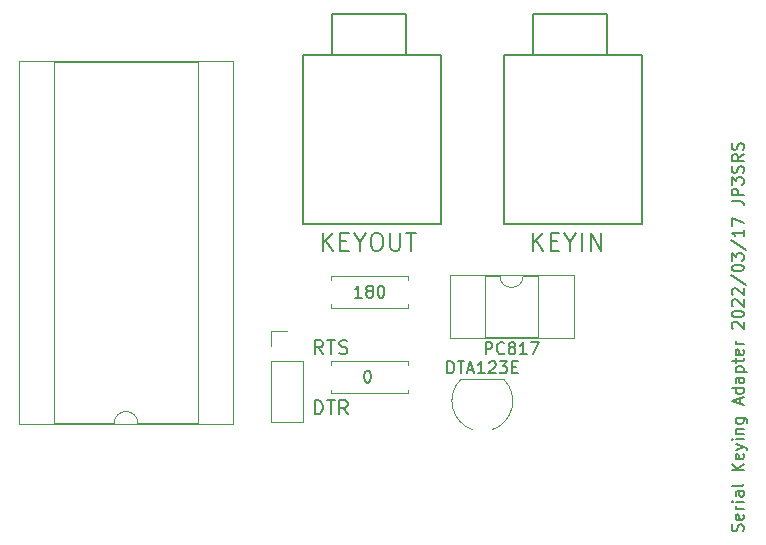
<source format=gbr>
%TF.GenerationSoftware,KiCad,Pcbnew,(6.0.2)*%
%TF.CreationDate,2022-03-17T13:29:54+09:00*%
%TF.ProjectId,KiCad,4b694361-642e-46b6-9963-61645f706362,rev?*%
%TF.SameCoordinates,Original*%
%TF.FileFunction,Legend,Top*%
%TF.FilePolarity,Positive*%
%FSLAX46Y46*%
G04 Gerber Fmt 4.6, Leading zero omitted, Abs format (unit mm)*
G04 Created by KiCad (PCBNEW (6.0.2)) date 2022-03-17 13:29:54*
%MOMM*%
%LPD*%
G01*
G04 APERTURE LIST*
%ADD10C,0.150000*%
%ADD11C,0.200000*%
%ADD12C,0.120000*%
G04 APERTURE END LIST*
D10*
X189404761Y-119428571D02*
X189452380Y-119285714D01*
X189452380Y-119047619D01*
X189404761Y-118952380D01*
X189357142Y-118904761D01*
X189261904Y-118857142D01*
X189166666Y-118857142D01*
X189071428Y-118904761D01*
X189023809Y-118952380D01*
X188976190Y-119047619D01*
X188928571Y-119238095D01*
X188880952Y-119333333D01*
X188833333Y-119380952D01*
X188738095Y-119428571D01*
X188642857Y-119428571D01*
X188547619Y-119380952D01*
X188500000Y-119333333D01*
X188452380Y-119238095D01*
X188452380Y-119000000D01*
X188500000Y-118857142D01*
X189404761Y-118047619D02*
X189452380Y-118142857D01*
X189452380Y-118333333D01*
X189404761Y-118428571D01*
X189309523Y-118476190D01*
X188928571Y-118476190D01*
X188833333Y-118428571D01*
X188785714Y-118333333D01*
X188785714Y-118142857D01*
X188833333Y-118047619D01*
X188928571Y-118000000D01*
X189023809Y-118000000D01*
X189119047Y-118476190D01*
X189452380Y-117571428D02*
X188785714Y-117571428D01*
X188976190Y-117571428D02*
X188880952Y-117523809D01*
X188833333Y-117476190D01*
X188785714Y-117380952D01*
X188785714Y-117285714D01*
X189452380Y-116952380D02*
X188785714Y-116952380D01*
X188452380Y-116952380D02*
X188500000Y-117000000D01*
X188547619Y-116952380D01*
X188500000Y-116904761D01*
X188452380Y-116952380D01*
X188547619Y-116952380D01*
X189452380Y-116047619D02*
X188928571Y-116047619D01*
X188833333Y-116095238D01*
X188785714Y-116190476D01*
X188785714Y-116380952D01*
X188833333Y-116476190D01*
X189404761Y-116047619D02*
X189452380Y-116142857D01*
X189452380Y-116380952D01*
X189404761Y-116476190D01*
X189309523Y-116523809D01*
X189214285Y-116523809D01*
X189119047Y-116476190D01*
X189071428Y-116380952D01*
X189071428Y-116142857D01*
X189023809Y-116047619D01*
X189452380Y-115428571D02*
X189404761Y-115523809D01*
X189309523Y-115571428D01*
X188452380Y-115571428D01*
X189452380Y-114285714D02*
X188452380Y-114285714D01*
X189452380Y-113714285D02*
X188880952Y-114142857D01*
X188452380Y-113714285D02*
X189023809Y-114285714D01*
X189404761Y-112904761D02*
X189452380Y-113000000D01*
X189452380Y-113190476D01*
X189404761Y-113285714D01*
X189309523Y-113333333D01*
X188928571Y-113333333D01*
X188833333Y-113285714D01*
X188785714Y-113190476D01*
X188785714Y-113000000D01*
X188833333Y-112904761D01*
X188928571Y-112857142D01*
X189023809Y-112857142D01*
X189119047Y-113333333D01*
X188785714Y-112523809D02*
X189452380Y-112285714D01*
X188785714Y-112047619D02*
X189452380Y-112285714D01*
X189690476Y-112380952D01*
X189738095Y-112428571D01*
X189785714Y-112523809D01*
X189452380Y-111666666D02*
X188785714Y-111666666D01*
X188452380Y-111666666D02*
X188500000Y-111714285D01*
X188547619Y-111666666D01*
X188500000Y-111619047D01*
X188452380Y-111666666D01*
X188547619Y-111666666D01*
X188785714Y-111190476D02*
X189452380Y-111190476D01*
X188880952Y-111190476D02*
X188833333Y-111142857D01*
X188785714Y-111047619D01*
X188785714Y-110904761D01*
X188833333Y-110809523D01*
X188928571Y-110761904D01*
X189452380Y-110761904D01*
X188785714Y-109857142D02*
X189595238Y-109857142D01*
X189690476Y-109904761D01*
X189738095Y-109952380D01*
X189785714Y-110047619D01*
X189785714Y-110190476D01*
X189738095Y-110285714D01*
X189404761Y-109857142D02*
X189452380Y-109952380D01*
X189452380Y-110142857D01*
X189404761Y-110238095D01*
X189357142Y-110285714D01*
X189261904Y-110333333D01*
X188976190Y-110333333D01*
X188880952Y-110285714D01*
X188833333Y-110238095D01*
X188785714Y-110142857D01*
X188785714Y-109952380D01*
X188833333Y-109857142D01*
X189166666Y-108666666D02*
X189166666Y-108190476D01*
X189452380Y-108761904D02*
X188452380Y-108428571D01*
X189452380Y-108095238D01*
X189452380Y-107333333D02*
X188452380Y-107333333D01*
X189404761Y-107333333D02*
X189452380Y-107428571D01*
X189452380Y-107619047D01*
X189404761Y-107714285D01*
X189357142Y-107761904D01*
X189261904Y-107809523D01*
X188976190Y-107809523D01*
X188880952Y-107761904D01*
X188833333Y-107714285D01*
X188785714Y-107619047D01*
X188785714Y-107428571D01*
X188833333Y-107333333D01*
X189452380Y-106428571D02*
X188928571Y-106428571D01*
X188833333Y-106476190D01*
X188785714Y-106571428D01*
X188785714Y-106761904D01*
X188833333Y-106857142D01*
X189404761Y-106428571D02*
X189452380Y-106523809D01*
X189452380Y-106761904D01*
X189404761Y-106857142D01*
X189309523Y-106904761D01*
X189214285Y-106904761D01*
X189119047Y-106857142D01*
X189071428Y-106761904D01*
X189071428Y-106523809D01*
X189023809Y-106428571D01*
X188785714Y-105952380D02*
X189785714Y-105952380D01*
X188833333Y-105952380D02*
X188785714Y-105857142D01*
X188785714Y-105666666D01*
X188833333Y-105571428D01*
X188880952Y-105523809D01*
X188976190Y-105476190D01*
X189261904Y-105476190D01*
X189357142Y-105523809D01*
X189404761Y-105571428D01*
X189452380Y-105666666D01*
X189452380Y-105857142D01*
X189404761Y-105952380D01*
X188785714Y-105190476D02*
X188785714Y-104809523D01*
X188452380Y-105047619D02*
X189309523Y-105047619D01*
X189404761Y-105000000D01*
X189452380Y-104904761D01*
X189452380Y-104809523D01*
X189404761Y-104095238D02*
X189452380Y-104190476D01*
X189452380Y-104380952D01*
X189404761Y-104476190D01*
X189309523Y-104523809D01*
X188928571Y-104523809D01*
X188833333Y-104476190D01*
X188785714Y-104380952D01*
X188785714Y-104190476D01*
X188833333Y-104095238D01*
X188928571Y-104047619D01*
X189023809Y-104047619D01*
X189119047Y-104523809D01*
X189452380Y-103619047D02*
X188785714Y-103619047D01*
X188976190Y-103619047D02*
X188880952Y-103571428D01*
X188833333Y-103523809D01*
X188785714Y-103428571D01*
X188785714Y-103333333D01*
X188547619Y-102285714D02*
X188500000Y-102238095D01*
X188452380Y-102142857D01*
X188452380Y-101904761D01*
X188500000Y-101809523D01*
X188547619Y-101761904D01*
X188642857Y-101714285D01*
X188738095Y-101714285D01*
X188880952Y-101761904D01*
X189452380Y-102333333D01*
X189452380Y-101714285D01*
X188452380Y-101095238D02*
X188452380Y-101000000D01*
X188500000Y-100904761D01*
X188547619Y-100857142D01*
X188642857Y-100809523D01*
X188833333Y-100761904D01*
X189071428Y-100761904D01*
X189261904Y-100809523D01*
X189357142Y-100857142D01*
X189404761Y-100904761D01*
X189452380Y-101000000D01*
X189452380Y-101095238D01*
X189404761Y-101190476D01*
X189357142Y-101238095D01*
X189261904Y-101285714D01*
X189071428Y-101333333D01*
X188833333Y-101333333D01*
X188642857Y-101285714D01*
X188547619Y-101238095D01*
X188500000Y-101190476D01*
X188452380Y-101095238D01*
X188547619Y-100380952D02*
X188500000Y-100333333D01*
X188452380Y-100238095D01*
X188452380Y-100000000D01*
X188500000Y-99904761D01*
X188547619Y-99857142D01*
X188642857Y-99809523D01*
X188738095Y-99809523D01*
X188880952Y-99857142D01*
X189452380Y-100428571D01*
X189452380Y-99809523D01*
X188547619Y-99428571D02*
X188500000Y-99380952D01*
X188452380Y-99285714D01*
X188452380Y-99047619D01*
X188500000Y-98952380D01*
X188547619Y-98904761D01*
X188642857Y-98857142D01*
X188738095Y-98857142D01*
X188880952Y-98904761D01*
X189452380Y-99476190D01*
X189452380Y-98857142D01*
X188404761Y-97714285D02*
X189690476Y-98571428D01*
X188452380Y-97190476D02*
X188452380Y-97095238D01*
X188500000Y-97000000D01*
X188547619Y-96952380D01*
X188642857Y-96904761D01*
X188833333Y-96857142D01*
X189071428Y-96857142D01*
X189261904Y-96904761D01*
X189357142Y-96952380D01*
X189404761Y-97000000D01*
X189452380Y-97095238D01*
X189452380Y-97190476D01*
X189404761Y-97285714D01*
X189357142Y-97333333D01*
X189261904Y-97380952D01*
X189071428Y-97428571D01*
X188833333Y-97428571D01*
X188642857Y-97380952D01*
X188547619Y-97333333D01*
X188500000Y-97285714D01*
X188452380Y-97190476D01*
X188452380Y-96523809D02*
X188452380Y-95904761D01*
X188833333Y-96238095D01*
X188833333Y-96095238D01*
X188880952Y-96000000D01*
X188928571Y-95952380D01*
X189023809Y-95904761D01*
X189261904Y-95904761D01*
X189357142Y-95952380D01*
X189404761Y-96000000D01*
X189452380Y-96095238D01*
X189452380Y-96380952D01*
X189404761Y-96476190D01*
X189357142Y-96523809D01*
X188404761Y-94761904D02*
X189690476Y-95619047D01*
X189452380Y-93904761D02*
X189452380Y-94476190D01*
X189452380Y-94190476D02*
X188452380Y-94190476D01*
X188595238Y-94285714D01*
X188690476Y-94380952D01*
X188738095Y-94476190D01*
X188452380Y-93571428D02*
X188452380Y-92904761D01*
X189452380Y-93333333D01*
X188452380Y-91476190D02*
X189166666Y-91476190D01*
X189309523Y-91523809D01*
X189404761Y-91619047D01*
X189452380Y-91761904D01*
X189452380Y-91857142D01*
X189452380Y-91000000D02*
X188452380Y-91000000D01*
X188452380Y-90619047D01*
X188500000Y-90523809D01*
X188547619Y-90476190D01*
X188642857Y-90428571D01*
X188785714Y-90428571D01*
X188880952Y-90476190D01*
X188928571Y-90523809D01*
X188976190Y-90619047D01*
X188976190Y-91000000D01*
X188452380Y-90095238D02*
X188452380Y-89476190D01*
X188833333Y-89809523D01*
X188833333Y-89666666D01*
X188880952Y-89571428D01*
X188928571Y-89523809D01*
X189023809Y-89476190D01*
X189261904Y-89476190D01*
X189357142Y-89523809D01*
X189404761Y-89571428D01*
X189452380Y-89666666D01*
X189452380Y-89952380D01*
X189404761Y-90047619D01*
X189357142Y-90095238D01*
X189404761Y-89095238D02*
X189452380Y-88952380D01*
X189452380Y-88714285D01*
X189404761Y-88619047D01*
X189357142Y-88571428D01*
X189261904Y-88523809D01*
X189166666Y-88523809D01*
X189071428Y-88571428D01*
X189023809Y-88619047D01*
X188976190Y-88714285D01*
X188928571Y-88904761D01*
X188880952Y-89000000D01*
X188833333Y-89047619D01*
X188738095Y-89095238D01*
X188642857Y-89095238D01*
X188547619Y-89047619D01*
X188500000Y-89000000D01*
X188452380Y-88904761D01*
X188452380Y-88666666D01*
X188500000Y-88523809D01*
X189452380Y-87523809D02*
X188976190Y-87857142D01*
X189452380Y-88095238D02*
X188452380Y-88095238D01*
X188452380Y-87714285D01*
X188500000Y-87619047D01*
X188547619Y-87571428D01*
X188642857Y-87523809D01*
X188785714Y-87523809D01*
X188880952Y-87571428D01*
X188928571Y-87619047D01*
X188976190Y-87714285D01*
X188976190Y-88095238D01*
X189404761Y-87142857D02*
X189452380Y-87000000D01*
X189452380Y-86761904D01*
X189404761Y-86666666D01*
X189357142Y-86619047D01*
X189261904Y-86571428D01*
X189166666Y-86571428D01*
X189071428Y-86619047D01*
X189023809Y-86666666D01*
X188976190Y-86761904D01*
X188928571Y-86952380D01*
X188880952Y-87047619D01*
X188833333Y-87095238D01*
X188738095Y-87142857D01*
X188642857Y-87142857D01*
X188547619Y-87095238D01*
X188500000Y-87047619D01*
X188452380Y-86952380D01*
X188452380Y-86714285D01*
X188500000Y-86571428D01*
X153128571Y-109542857D02*
X153128571Y-108342857D01*
X153414285Y-108342857D01*
X153585714Y-108400000D01*
X153700000Y-108514285D01*
X153757142Y-108628571D01*
X153814285Y-108857142D01*
X153814285Y-109028571D01*
X153757142Y-109257142D01*
X153700000Y-109371428D01*
X153585714Y-109485714D01*
X153414285Y-109542857D01*
X153128571Y-109542857D01*
X154157142Y-108342857D02*
X154842857Y-108342857D01*
X154500000Y-109542857D02*
X154500000Y-108342857D01*
X155928571Y-109542857D02*
X155528571Y-108971428D01*
X155242857Y-109542857D02*
X155242857Y-108342857D01*
X155700000Y-108342857D01*
X155814285Y-108400000D01*
X155871428Y-108457142D01*
X155928571Y-108571428D01*
X155928571Y-108742857D01*
X155871428Y-108857142D01*
X155814285Y-108914285D01*
X155700000Y-108971428D01*
X155242857Y-108971428D01*
X153842857Y-104442857D02*
X153442857Y-103871428D01*
X153157142Y-104442857D02*
X153157142Y-103242857D01*
X153614285Y-103242857D01*
X153728571Y-103300000D01*
X153785714Y-103357142D01*
X153842857Y-103471428D01*
X153842857Y-103642857D01*
X153785714Y-103757142D01*
X153728571Y-103814285D01*
X153614285Y-103871428D01*
X153157142Y-103871428D01*
X154185714Y-103242857D02*
X154871428Y-103242857D01*
X154528571Y-104442857D02*
X154528571Y-103242857D01*
X155214285Y-104385714D02*
X155385714Y-104442857D01*
X155671428Y-104442857D01*
X155785714Y-104385714D01*
X155842857Y-104328571D01*
X155900000Y-104214285D01*
X155900000Y-104100000D01*
X155842857Y-103985714D01*
X155785714Y-103928571D01*
X155671428Y-103871428D01*
X155442857Y-103814285D01*
X155328571Y-103757142D01*
X155271428Y-103700000D01*
X155214285Y-103585714D01*
X155214285Y-103471428D01*
X155271428Y-103357142D01*
X155328571Y-103300000D01*
X155442857Y-103242857D01*
X155728571Y-103242857D01*
X155900000Y-103300000D01*
%TO.C,*%
%TO.C,R2*%
X157552380Y-105852380D02*
X157647619Y-105852380D01*
X157742857Y-105900000D01*
X157790476Y-105947619D01*
X157838095Y-106042857D01*
X157885714Y-106233333D01*
X157885714Y-106471428D01*
X157838095Y-106661904D01*
X157790476Y-106757142D01*
X157742857Y-106804761D01*
X157647619Y-106852380D01*
X157552380Y-106852380D01*
X157457142Y-106804761D01*
X157409523Y-106757142D01*
X157361904Y-106661904D01*
X157314285Y-106471428D01*
X157314285Y-106233333D01*
X157361904Y-106042857D01*
X157409523Y-105947619D01*
X157457142Y-105900000D01*
X157552380Y-105852380D01*
%TO.C,*%
%TO.C,Q1*%
X164377619Y-106062380D02*
X164377619Y-105062380D01*
X164615714Y-105062380D01*
X164758571Y-105110000D01*
X164853809Y-105205238D01*
X164901428Y-105300476D01*
X164949047Y-105490952D01*
X164949047Y-105633809D01*
X164901428Y-105824285D01*
X164853809Y-105919523D01*
X164758571Y-106014761D01*
X164615714Y-106062380D01*
X164377619Y-106062380D01*
X165234761Y-105062380D02*
X165806190Y-105062380D01*
X165520476Y-106062380D02*
X165520476Y-105062380D01*
X166091904Y-105776666D02*
X166568095Y-105776666D01*
X165996666Y-106062380D02*
X166330000Y-105062380D01*
X166663333Y-106062380D01*
X167520476Y-106062380D02*
X166949047Y-106062380D01*
X167234761Y-106062380D02*
X167234761Y-105062380D01*
X167139523Y-105205238D01*
X167044285Y-105300476D01*
X166949047Y-105348095D01*
X167901428Y-105157619D02*
X167949047Y-105110000D01*
X168044285Y-105062380D01*
X168282380Y-105062380D01*
X168377619Y-105110000D01*
X168425238Y-105157619D01*
X168472857Y-105252857D01*
X168472857Y-105348095D01*
X168425238Y-105490952D01*
X167853809Y-106062380D01*
X168472857Y-106062380D01*
X168806190Y-105062380D02*
X169425238Y-105062380D01*
X169091904Y-105443333D01*
X169234761Y-105443333D01*
X169330000Y-105490952D01*
X169377619Y-105538571D01*
X169425238Y-105633809D01*
X169425238Y-105871904D01*
X169377619Y-105967142D01*
X169330000Y-106014761D01*
X169234761Y-106062380D01*
X168949047Y-106062380D01*
X168853809Y-106014761D01*
X168806190Y-105967142D01*
X169853809Y-105538571D02*
X170187142Y-105538571D01*
X170330000Y-106062380D02*
X169853809Y-106062380D01*
X169853809Y-105062380D01*
X170330000Y-105062380D01*
%TO.C,U1*%
X167619523Y-104447380D02*
X167619523Y-103447380D01*
X168000476Y-103447380D01*
X168095714Y-103495000D01*
X168143333Y-103542619D01*
X168190952Y-103637857D01*
X168190952Y-103780714D01*
X168143333Y-103875952D01*
X168095714Y-103923571D01*
X168000476Y-103971190D01*
X167619523Y-103971190D01*
X169190952Y-104352142D02*
X169143333Y-104399761D01*
X169000476Y-104447380D01*
X168905238Y-104447380D01*
X168762380Y-104399761D01*
X168667142Y-104304523D01*
X168619523Y-104209285D01*
X168571904Y-104018809D01*
X168571904Y-103875952D01*
X168619523Y-103685476D01*
X168667142Y-103590238D01*
X168762380Y-103495000D01*
X168905238Y-103447380D01*
X169000476Y-103447380D01*
X169143333Y-103495000D01*
X169190952Y-103542619D01*
X169762380Y-103875952D02*
X169667142Y-103828333D01*
X169619523Y-103780714D01*
X169571904Y-103685476D01*
X169571904Y-103637857D01*
X169619523Y-103542619D01*
X169667142Y-103495000D01*
X169762380Y-103447380D01*
X169952857Y-103447380D01*
X170048095Y-103495000D01*
X170095714Y-103542619D01*
X170143333Y-103637857D01*
X170143333Y-103685476D01*
X170095714Y-103780714D01*
X170048095Y-103828333D01*
X169952857Y-103875952D01*
X169762380Y-103875952D01*
X169667142Y-103923571D01*
X169619523Y-103971190D01*
X169571904Y-104066428D01*
X169571904Y-104256904D01*
X169619523Y-104352142D01*
X169667142Y-104399761D01*
X169762380Y-104447380D01*
X169952857Y-104447380D01*
X170048095Y-104399761D01*
X170095714Y-104352142D01*
X170143333Y-104256904D01*
X170143333Y-104066428D01*
X170095714Y-103971190D01*
X170048095Y-103923571D01*
X169952857Y-103875952D01*
X171095714Y-104447380D02*
X170524285Y-104447380D01*
X170810000Y-104447380D02*
X170810000Y-103447380D01*
X170714761Y-103590238D01*
X170619523Y-103685476D01*
X170524285Y-103733095D01*
X171429047Y-103447380D02*
X172095714Y-103447380D01*
X171667142Y-104447380D01*
%TO.C,R1*%
X157133333Y-99652380D02*
X156561904Y-99652380D01*
X156847619Y-99652380D02*
X156847619Y-98652380D01*
X156752380Y-98795238D01*
X156657142Y-98890476D01*
X156561904Y-98938095D01*
X157704761Y-99080952D02*
X157609523Y-99033333D01*
X157561904Y-98985714D01*
X157514285Y-98890476D01*
X157514285Y-98842857D01*
X157561904Y-98747619D01*
X157609523Y-98700000D01*
X157704761Y-98652380D01*
X157895238Y-98652380D01*
X157990476Y-98700000D01*
X158038095Y-98747619D01*
X158085714Y-98842857D01*
X158085714Y-98890476D01*
X158038095Y-98985714D01*
X157990476Y-99033333D01*
X157895238Y-99080952D01*
X157704761Y-99080952D01*
X157609523Y-99128571D01*
X157561904Y-99176190D01*
X157514285Y-99271428D01*
X157514285Y-99461904D01*
X157561904Y-99557142D01*
X157609523Y-99604761D01*
X157704761Y-99652380D01*
X157895238Y-99652380D01*
X157990476Y-99604761D01*
X158038095Y-99557142D01*
X158085714Y-99461904D01*
X158085714Y-99271428D01*
X158038095Y-99176190D01*
X157990476Y-99128571D01*
X157895238Y-99080952D01*
X158704761Y-98652380D02*
X158800000Y-98652380D01*
X158895238Y-98700000D01*
X158942857Y-98747619D01*
X158990476Y-98842857D01*
X159038095Y-99033333D01*
X159038095Y-99271428D01*
X158990476Y-99461904D01*
X158942857Y-99557142D01*
X158895238Y-99604761D01*
X158800000Y-99652380D01*
X158704761Y-99652380D01*
X158609523Y-99604761D01*
X158561904Y-99557142D01*
X158514285Y-99461904D01*
X158466666Y-99271428D01*
X158466666Y-99033333D01*
X158514285Y-98842857D01*
X158561904Y-98747619D01*
X158609523Y-98700000D01*
X158704761Y-98652380D01*
D11*
%TO.C,J2*%
X171642857Y-95678571D02*
X171642857Y-94178571D01*
X172500000Y-95678571D02*
X171857142Y-94821428D01*
X172500000Y-94178571D02*
X171642857Y-95035714D01*
X173142857Y-94892857D02*
X173642857Y-94892857D01*
X173857142Y-95678571D02*
X173142857Y-95678571D01*
X173142857Y-94178571D01*
X173857142Y-94178571D01*
X174785714Y-94964285D02*
X174785714Y-95678571D01*
X174285714Y-94178571D02*
X174785714Y-94964285D01*
X175285714Y-94178571D01*
X175785714Y-95678571D02*
X175785714Y-94178571D01*
X176500000Y-95678571D02*
X176500000Y-94178571D01*
X177357142Y-95678571D01*
X177357142Y-94178571D01*
%TO.C,J1*%
X153822857Y-95678571D02*
X153822857Y-94178571D01*
X154680000Y-95678571D02*
X154037142Y-94821428D01*
X154680000Y-94178571D02*
X153822857Y-95035714D01*
X155322857Y-94892857D02*
X155822857Y-94892857D01*
X156037142Y-95678571D02*
X155322857Y-95678571D01*
X155322857Y-94178571D01*
X156037142Y-94178571D01*
X156965714Y-94964285D02*
X156965714Y-95678571D01*
X156465714Y-94178571D02*
X156965714Y-94964285D01*
X157465714Y-94178571D01*
X158251428Y-94178571D02*
X158537142Y-94178571D01*
X158680000Y-94250000D01*
X158822857Y-94392857D01*
X158894285Y-94678571D01*
X158894285Y-95178571D01*
X158822857Y-95464285D01*
X158680000Y-95607142D01*
X158537142Y-95678571D01*
X158251428Y-95678571D01*
X158108571Y-95607142D01*
X157965714Y-95464285D01*
X157894285Y-95178571D01*
X157894285Y-94678571D01*
X157965714Y-94392857D01*
X158108571Y-94250000D01*
X158251428Y-94178571D01*
X159537142Y-94178571D02*
X159537142Y-95392857D01*
X159608571Y-95535714D01*
X159680000Y-95607142D01*
X159822857Y-95678571D01*
X160108571Y-95678571D01*
X160251428Y-95607142D01*
X160322857Y-95535714D01*
X160394285Y-95392857D01*
X160394285Y-94178571D01*
X160894285Y-94178571D02*
X161751428Y-94178571D01*
X161322857Y-95678571D02*
X161322857Y-94178571D01*
D12*
%TO.C,R2*%
X161070000Y-107770000D02*
X161070000Y-107440000D01*
X154530000Y-105030000D02*
X161070000Y-105030000D01*
X154530000Y-107770000D02*
X161070000Y-107770000D01*
X154530000Y-107440000D02*
X154530000Y-107770000D01*
X154530000Y-105360000D02*
X154530000Y-105030000D01*
X161070000Y-105030000D02*
X161070000Y-105360000D01*
%TO.C,U2*%
X138165000Y-110305000D02*
G75*
G03*
X136165000Y-110305000I-1000000J0D01*
G01*
X131105000Y-110305000D02*
X136165000Y-110305000D01*
X146225000Y-79645000D02*
X128105000Y-79645000D01*
X138165000Y-110305000D02*
X143225000Y-110305000D01*
X143225000Y-110305000D02*
X143225000Y-79705000D01*
X143225000Y-79705000D02*
X131105000Y-79705000D01*
X146225000Y-110365000D02*
X146225000Y-79645000D01*
X128105000Y-110365000D02*
X146225000Y-110365000D01*
X131105000Y-79705000D02*
X131105000Y-110305000D01*
X128105000Y-79645000D02*
X128105000Y-110365000D01*
%TO.C,Q1*%
X168150000Y-110850000D02*
G75*
G03*
X169141875Y-106558259I-820000J2450000D01*
G01*
X165521556Y-106572317D02*
G75*
G03*
X166550000Y-110850000I1808445J-1827683D01*
G01*
X169130000Y-106550000D02*
X165530000Y-106550000D01*
%TO.C,U1*%
X168810000Y-97795000D02*
G75*
G03*
X170810000Y-97795000I1000000J0D01*
G01*
X168810000Y-97795000D02*
X167560000Y-97795000D01*
X167560000Y-97795000D02*
X167560000Y-102995000D01*
X167560000Y-102995000D02*
X172060000Y-102995000D01*
X164560000Y-103055000D02*
X175060000Y-103055000D01*
X175060000Y-97735000D02*
X164560000Y-97735000D01*
X172060000Y-97795000D02*
X170810000Y-97795000D01*
X172060000Y-102995000D02*
X172060000Y-97795000D01*
X175060000Y-103055000D02*
X175060000Y-97735000D01*
X164560000Y-97735000D02*
X164560000Y-103055000D01*
%TO.C,R1*%
X161070000Y-97830000D02*
X161070000Y-98160000D01*
X154530000Y-98160000D02*
X154530000Y-97830000D01*
X154530000Y-100240000D02*
X154530000Y-100570000D01*
X154530000Y-100570000D02*
X161070000Y-100570000D01*
X154530000Y-97830000D02*
X161070000Y-97830000D01*
X161070000Y-100570000D02*
X161070000Y-100240000D01*
%TO.C,JP1*%
X149470000Y-110185000D02*
X152130000Y-110185000D01*
X149470000Y-105045000D02*
X149470000Y-110185000D01*
X149470000Y-103775000D02*
X149470000Y-102445000D01*
X152130000Y-105045000D02*
X152130000Y-110185000D01*
X149470000Y-102445000D02*
X150800000Y-102445000D01*
X149470000Y-105045000D02*
X152130000Y-105045000D01*
D11*
%TO.C,J2*%
X180850000Y-93450000D02*
X169150000Y-93450000D01*
X180850000Y-79150000D02*
X180850000Y-93450000D01*
X171650000Y-79150000D02*
X171650000Y-75650000D01*
X171650000Y-75650000D02*
X177850000Y-75650000D01*
X169150000Y-93450000D02*
X169150000Y-79150000D01*
X177850000Y-75650000D02*
X177850000Y-79150000D01*
X169150000Y-79150000D02*
X180850000Y-79150000D01*
%TO.C,J1*%
X163850000Y-93450000D02*
X152150000Y-93450000D01*
X163850000Y-79150000D02*
X163850000Y-93450000D01*
X154650000Y-79150000D02*
X154650000Y-75650000D01*
X154650000Y-75650000D02*
X160850000Y-75650000D01*
X152150000Y-93450000D02*
X152150000Y-79150000D01*
X160850000Y-75650000D02*
X160850000Y-79150000D01*
X152150000Y-79150000D02*
X163850000Y-79150000D01*
%TD*%
M02*

</source>
